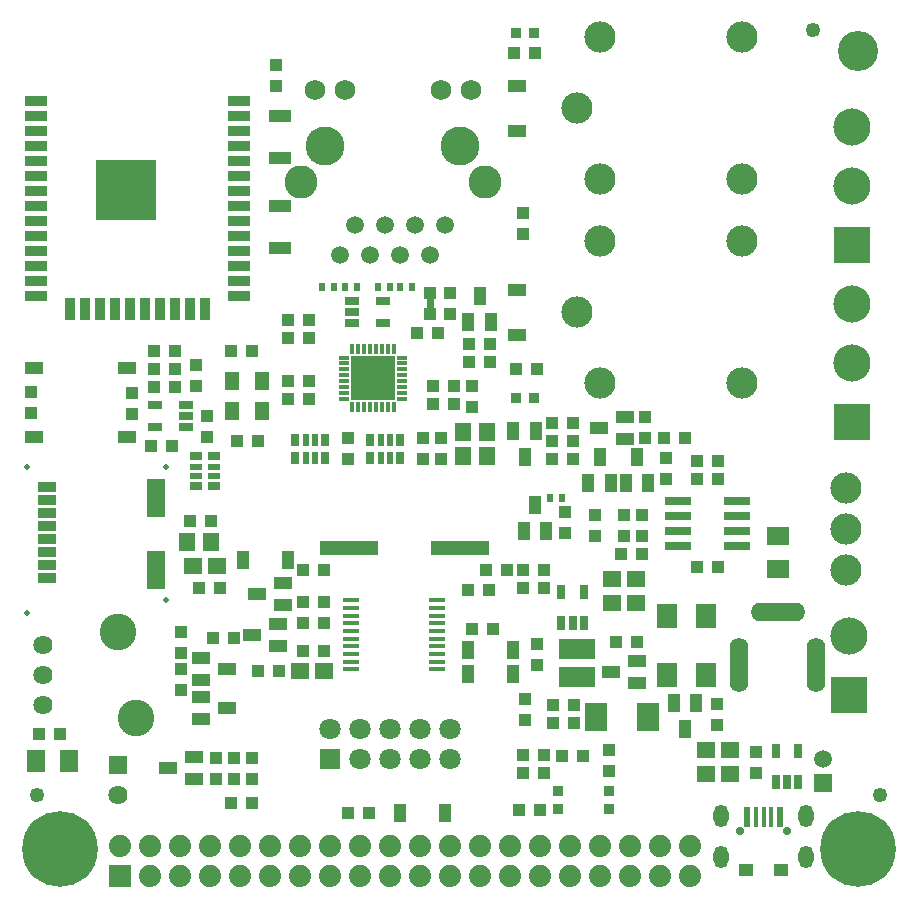
<source format=gbr>
G04 #@! TF.GenerationSoftware,KiCad,Pcbnew,5.1.6-c6e7f7d~87~ubuntu18.04.1*
G04 #@! TF.CreationDate,2022-01-18T16:37:38+02:00*
G04 #@! TF.ProjectId,ESP32-EVB_Rev_J,45535033-322d-4455-9642-5f5265765f4a,J*
G04 #@! TF.SameCoordinates,Original*
G04 #@! TF.FileFunction,Soldermask,Top*
G04 #@! TF.FilePolarity,Negative*
%FSLAX46Y46*%
G04 Gerber Fmt 4.6, Leading zero omitted, Abs format (unit mm)*
G04 Created by KiCad (PCBNEW 5.1.6-c6e7f7d~87~ubuntu18.04.1) date 2022-01-18 16:37:38*
%MOMM*%
%LPD*%
G01*
G04 APERTURE LIST*
%ADD10C,0.609600*%
%ADD11C,2.101600*%
%ADD12R,5.101600X5.101600*%
%ADD13R,1.901600X0.901600*%
%ADD14R,0.901600X1.901600*%
%ADD15O,4.601600X1.601600*%
%ADD16O,1.601600X4.601600*%
%ADD17R,0.601600X0.651600*%
%ADD18R,1.117600X1.117600*%
%ADD19C,1.879600*%
%ADD20R,1.879600X1.879600*%
%ADD21C,1.801600*%
%ADD22R,1.801600X1.801600*%
%ADD23C,2.641600*%
%ADD24C,3.301600*%
%ADD25C,1.751600*%
%ADD26C,2.801600*%
%ADD27C,1.511600*%
%ADD28R,1.501600X1.501600*%
%ADD29C,1.501600*%
%ADD30R,1.801600X2.101600*%
%ADD31R,1.101600X1.501600*%
%ADD32R,4.927600X1.201600*%
%ADD33R,0.601600X1.751600*%
%ADD34R,0.426600X1.751600*%
%ADD35C,0.701600*%
%ADD36R,1.201600X1.101600*%
%ADD37O,1.301600X1.901600*%
%ADD38R,1.625600X1.117600*%
%ADD39R,2.301600X0.701600*%
%ADD40R,1.371600X0.426600*%
%ADD41R,1.601600X3.201600*%
%ADD42C,0.501600*%
%ADD43R,1.601600X0.901600*%
%ADD44R,3.701600X3.701600*%
%ADD45R,0.501600X0.501600*%
%ADD46R,1.524000X1.524000*%
%ADD47R,0.351600X0.901600*%
%ADD48R,0.901600X0.351600*%
%ADD49C,3.149600*%
%ADD50R,3.149600X3.149600*%
%ADD51R,1.625600X1.625600*%
%ADD52C,1.625600*%
%ADD53C,3.101600*%
%ADD54R,1.301600X1.501600*%
%ADD55R,1.625600X1.371600*%
%ADD56C,1.254000*%
%ADD57R,1.879600X2.387600*%
%ADD58R,1.501600X1.101600*%
%ADD59R,1.625600X1.879600*%
%ADD60R,1.879600X1.625600*%
%ADD61R,1.879600X1.117600*%
%ADD62C,1.301600*%
%ADD63C,6.401600*%
%ADD64R,0.901600X0.901600*%
%ADD65R,1.371600X1.625600*%
%ADD66C,3.401600*%
%ADD67R,1.117600X0.482600*%
%ADD68R,1.117600X0.736600*%
%ADD69R,0.482600X1.117600*%
%ADD70R,0.736600X1.117600*%
%ADD71R,0.651600X1.301600*%
%ADD72R,1.301600X0.651600*%
%ADD73R,3.101600X1.701600*%
G04 APERTURE END LIST*
D10*
X104775000Y-92194000D02*
X104775000Y-91194000D01*
D11*
X79010000Y-82083000D03*
D12*
X79010000Y-82083000D03*
D13*
X88610000Y-74573000D03*
X88610000Y-75843000D03*
X88610000Y-77113000D03*
X88610000Y-78383000D03*
X88610000Y-79653000D03*
X88610000Y-80923000D03*
X88610000Y-82193000D03*
X88610000Y-83463000D03*
X88610000Y-84733000D03*
X88610000Y-86003000D03*
X88610000Y-87273000D03*
X88610000Y-88543000D03*
X88610000Y-89813000D03*
X88610000Y-91083000D03*
D14*
X85740000Y-92183000D03*
X84470000Y-92183000D03*
X83200000Y-92183000D03*
X81930000Y-92183000D03*
X80660000Y-92183000D03*
X79390000Y-92183000D03*
X78120000Y-92183000D03*
X76850000Y-92183000D03*
X75580000Y-92183000D03*
X74310000Y-92183000D03*
D13*
X71410000Y-91083000D03*
X71410000Y-89813000D03*
X71410000Y-88543000D03*
X71410000Y-87273000D03*
X71410000Y-86003000D03*
X71410000Y-84733000D03*
X71410000Y-83463000D03*
X71410000Y-82193000D03*
X71410000Y-80923000D03*
X71410000Y-79653000D03*
X71410000Y-78383000D03*
X71410000Y-77113000D03*
X71410000Y-75843000D03*
X71410000Y-74573000D03*
D15*
X134237000Y-117869000D03*
D16*
X137437000Y-122319000D03*
X130937000Y-122319000D03*
D17*
X100330000Y-90297000D03*
X101346000Y-90297000D03*
D18*
X84455000Y-110109000D03*
X86233000Y-110109000D03*
D17*
X102235000Y-90297000D03*
X103251000Y-90297000D03*
D19*
X101346000Y-137668000D03*
X101346000Y-140208000D03*
X98806000Y-137668000D03*
X98806000Y-140208000D03*
X96266000Y-137668000D03*
X96266000Y-140208000D03*
X93726000Y-137668000D03*
X93726000Y-140208000D03*
X91186000Y-137668000D03*
X91186000Y-140208000D03*
X81026000Y-137668000D03*
X81026000Y-140208000D03*
X78486000Y-137668000D03*
D20*
X78486000Y-140208000D03*
D19*
X83566000Y-140208000D03*
X83566000Y-137668000D03*
X86106000Y-137668000D03*
X86106000Y-140208000D03*
X88646000Y-140208000D03*
X88646000Y-137668000D03*
X114046000Y-137668000D03*
X114046000Y-140208000D03*
X111506000Y-140208000D03*
X111506000Y-137668000D03*
X108966000Y-137668000D03*
X108966000Y-140208000D03*
X103886000Y-140208000D03*
X103886000Y-137668000D03*
X106426000Y-140208000D03*
X106426000Y-137668000D03*
X116586000Y-140208000D03*
X116586000Y-137668000D03*
X119126000Y-140208000D03*
X119126000Y-137668000D03*
X121666000Y-140208000D03*
X121666000Y-137668000D03*
X124206000Y-140208000D03*
X124206000Y-137668000D03*
X126746000Y-140208000D03*
X126746000Y-137668000D03*
D21*
X106426000Y-127762000D03*
X106426000Y-130302000D03*
X103886000Y-127762000D03*
X103886000Y-130302000D03*
X101346000Y-127762000D03*
X101346000Y-130302000D03*
X98806000Y-127762000D03*
X98806000Y-130302000D03*
X96266000Y-127762000D03*
D22*
X96266000Y-130302000D03*
D23*
X140000000Y-114315000D03*
X140000000Y-107315000D03*
X140000000Y-110815000D03*
D24*
X95885000Y-78359000D03*
X107315000Y-78359000D03*
D25*
X105670000Y-73610500D03*
X94990000Y-73610500D03*
D26*
X93800000Y-81409000D03*
X109400000Y-81409000D03*
D25*
X108210000Y-73610500D03*
X97530000Y-73610500D03*
D27*
X97165000Y-87599000D03*
X98435000Y-85059000D03*
X99705000Y-87599000D03*
X100975000Y-85059000D03*
X102245000Y-87599000D03*
X103515000Y-85059000D03*
X104785000Y-87599000D03*
X106055000Y-85059000D03*
D23*
X117176000Y-75184000D03*
X131176000Y-81184000D03*
X131176000Y-69184000D03*
X119176000Y-69184000D03*
X119176000Y-81184000D03*
X117176000Y-92456000D03*
X131176000Y-98456000D03*
X131176000Y-86456000D03*
X119176000Y-86456000D03*
X119176000Y-98456000D03*
D28*
X138046460Y-132326380D03*
D29*
X138043920Y-130314700D03*
D30*
X124841000Y-118150000D03*
X124841000Y-123150000D03*
X128143000Y-123150000D03*
X128143000Y-118150000D03*
D31*
X106040000Y-134874000D03*
X102240000Y-134874000D03*
X111755000Y-123063000D03*
X107955000Y-123063000D03*
X107955000Y-121031000D03*
X111755000Y-121031000D03*
D32*
X97917000Y-112395000D03*
X107315000Y-112395000D03*
D33*
X131612500Y-135153000D03*
D34*
X132350000Y-135153000D03*
X133000000Y-135153000D03*
X133650000Y-135153000D03*
D33*
X134387500Y-135153000D03*
D35*
X131000000Y-136403000D03*
X135000000Y-136403000D03*
D36*
X131500000Y-139703000D03*
X134500000Y-139703000D03*
D37*
X129400000Y-138553000D03*
X129400000Y-135083000D03*
X136600000Y-135083000D03*
X136600000Y-138553000D03*
D38*
X71247000Y-97155000D03*
X79121000Y-97155000D03*
X71247000Y-102997000D03*
X79121000Y-102997000D03*
D39*
X130770000Y-108458000D03*
X130770000Y-109728000D03*
X130770000Y-110998000D03*
X130770000Y-112268000D03*
X125770000Y-112268000D03*
X125770000Y-110998000D03*
X125770000Y-109728000D03*
X125770000Y-108458000D03*
D40*
X105346500Y-122686000D03*
X105346500Y-122036000D03*
X105346500Y-121386000D03*
X105346500Y-120736000D03*
X105346500Y-120086000D03*
X105346500Y-119436000D03*
X105346500Y-118786000D03*
X105346500Y-118136000D03*
X105346500Y-117486000D03*
X105346500Y-116836000D03*
X98107500Y-116836000D03*
X98107500Y-117486000D03*
X98107500Y-118136000D03*
X98107500Y-118786000D03*
X98107500Y-119436000D03*
X98107500Y-120086000D03*
X98107500Y-120736000D03*
X98107500Y-121386000D03*
X98107500Y-122036000D03*
X98107500Y-122686000D03*
D41*
X81577000Y-114275000D03*
X81577000Y-108215000D03*
D42*
X70607000Y-105585000D03*
X82407000Y-105585000D03*
X82407000Y-116855000D03*
X70607000Y-117945000D03*
D43*
X72327000Y-107275000D03*
X72327000Y-108375000D03*
X72327000Y-109475000D03*
X72327000Y-110575000D03*
X72327000Y-111675000D03*
X72327000Y-112775000D03*
X72327000Y-113875000D03*
X72327000Y-114975000D03*
D44*
X99949000Y-98044000D03*
D45*
X101249000Y-97544000D03*
X101249000Y-98544000D03*
X100449000Y-99344000D03*
X99449000Y-99344000D03*
X98649000Y-98544000D03*
X98649000Y-97544000D03*
X99449000Y-96744000D03*
X100449000Y-96744000D03*
D46*
X99949000Y-98044000D03*
D47*
X98199000Y-95594000D03*
X98699000Y-95594000D03*
X99199000Y-95594000D03*
X99699000Y-95594000D03*
X100199000Y-95594000D03*
X100699000Y-95594000D03*
X101199000Y-95594000D03*
X101699000Y-95594000D03*
D48*
X102399000Y-96294000D03*
X102399000Y-96794000D03*
X102399000Y-97294000D03*
X102399000Y-97794000D03*
X102399000Y-98294000D03*
X102399000Y-98794000D03*
X102399000Y-99294000D03*
X102399000Y-99794000D03*
D47*
X101699000Y-100494000D03*
X101199000Y-100494000D03*
X100699000Y-100494000D03*
X100199000Y-100494000D03*
X99699000Y-100494000D03*
X99199000Y-100494000D03*
X98699000Y-100494000D03*
X98199000Y-100494000D03*
D48*
X97499000Y-99794000D03*
X97499000Y-99294000D03*
X97499000Y-98794000D03*
X97499000Y-98294000D03*
X97499000Y-97794000D03*
X97499000Y-97294000D03*
X97499000Y-96794000D03*
X97499000Y-96294000D03*
D49*
X140500000Y-76774000D03*
D50*
X140500000Y-86774000D03*
D49*
X140500000Y-81774000D03*
X140500000Y-91774000D03*
D50*
X140500000Y-101774000D03*
D49*
X140500000Y-96774000D03*
D51*
X78359000Y-130810000D03*
D52*
X78359000Y-133350000D03*
D53*
X79909000Y-126840000D03*
X78309000Y-119540000D03*
D52*
X72009000Y-125730000D03*
X72009000Y-123190000D03*
X72009000Y-120650000D03*
D54*
X88011000Y-100838000D03*
X88011000Y-98298000D03*
X90551000Y-98298000D03*
X90551000Y-100838000D03*
D18*
X85217000Y-115824000D03*
X86995000Y-115824000D03*
D55*
X130175000Y-131572000D03*
X130175000Y-129540000D03*
D56*
X142875000Y-133350000D03*
D18*
X104775000Y-92583000D03*
X104775000Y-90805000D03*
D57*
X118854000Y-126746000D03*
X123208000Y-126746000D03*
D18*
X83693000Y-121285000D03*
X83693000Y-119507000D03*
X83693000Y-124460000D03*
X83693000Y-122682000D03*
D58*
X87587000Y-122682000D03*
X85387000Y-123632000D03*
X85387000Y-121732000D03*
X87587000Y-125984000D03*
X85387000Y-126934000D03*
X85387000Y-125034000D03*
D18*
X86360000Y-120015000D03*
X88138000Y-120015000D03*
D55*
X120142000Y-117094000D03*
X120142000Y-115062000D03*
X122174000Y-115062000D03*
X122174000Y-117094000D03*
D18*
X112649000Y-114300000D03*
X114427000Y-114300000D03*
X112649000Y-115824000D03*
X114427000Y-115824000D03*
X119888000Y-129540000D03*
X119888000Y-131318000D03*
X86614000Y-131953000D03*
X86614000Y-130175000D03*
X88138000Y-131953000D03*
X88138000Y-130175000D03*
X84963000Y-96901000D03*
X84963000Y-98679000D03*
D59*
X74168000Y-130429000D03*
X71374000Y-130429000D03*
D18*
X127381000Y-105029000D03*
X129159000Y-105029000D03*
X127381000Y-106553000D03*
X129159000Y-106553000D03*
D60*
X134239000Y-114173000D03*
X134239000Y-111379000D03*
D18*
X83185000Y-98806000D03*
X81407000Y-98806000D03*
X81407000Y-97282000D03*
X83185000Y-97282000D03*
X93980000Y-118745000D03*
X95758000Y-118745000D03*
X129032000Y-127381000D03*
X129032000Y-125603000D03*
X79502000Y-99314000D03*
X79502000Y-101092000D03*
X73406000Y-128143000D03*
X71628000Y-128143000D03*
X122682000Y-111379000D03*
X122682000Y-109601000D03*
X121158000Y-109601000D03*
X121158000Y-111379000D03*
X110109000Y-119253000D03*
X108331000Y-119253000D03*
X93980000Y-121158000D03*
X95758000Y-121158000D03*
X111252000Y-114300000D03*
X109474000Y-114300000D03*
X93980000Y-114300000D03*
X95758000Y-114300000D03*
D61*
X92075000Y-75819000D03*
X92075000Y-79375000D03*
X92075000Y-86995000D03*
X92075000Y-83439000D03*
D62*
X70993000Y-137922000D03*
X75819000Y-137922000D03*
X75057000Y-139573000D03*
X71755000Y-139700000D03*
X75057000Y-136271000D03*
X71755000Y-136271000D03*
X73406000Y-140335000D03*
X73406000Y-135509000D03*
D63*
X73406000Y-137922000D03*
D62*
X138557000Y-137922000D03*
X143383000Y-137922000D03*
X142621000Y-139573000D03*
X139319000Y-139700000D03*
X142621000Y-136271000D03*
X139319000Y-136271000D03*
X140970000Y-140335000D03*
X140970000Y-135509000D03*
D63*
X140970000Y-137922000D03*
D18*
X93980000Y-116967000D03*
X95758000Y-116967000D03*
X113792000Y-122301000D03*
X113792000Y-120523000D03*
X92710000Y-93091000D03*
X94488000Y-93091000D03*
X106807000Y-100203000D03*
X105029000Y-100203000D03*
X89662000Y-95758000D03*
X87884000Y-95758000D03*
X107950000Y-115951000D03*
X109728000Y-115951000D03*
X90170000Y-103378000D03*
X88392000Y-103378000D03*
X112649000Y-85852000D03*
X112649000Y-84074000D03*
X91694000Y-71501000D03*
X91694000Y-73279000D03*
X85852000Y-101219000D03*
X85852000Y-102997000D03*
X97790000Y-134874000D03*
X99568000Y-134874000D03*
X112776000Y-127000000D03*
X112776000Y-125222000D03*
X89662000Y-130175000D03*
X89662000Y-131953000D03*
X89662000Y-133985000D03*
X87884000Y-133985000D03*
X122301000Y-120396000D03*
X120523000Y-120396000D03*
X81153000Y-103759000D03*
X82931000Y-103759000D03*
X83185000Y-95758000D03*
X81407000Y-95758000D03*
X111887000Y-70485000D03*
X113665000Y-70485000D03*
X108077000Y-95123000D03*
X109855000Y-95123000D03*
X108077000Y-96647000D03*
X109855000Y-96647000D03*
X112014000Y-97282000D03*
X113792000Y-97282000D03*
X122936000Y-103124000D03*
X122936000Y-101346000D03*
X124587000Y-103124000D03*
X126365000Y-103124000D03*
D64*
X119888000Y-132969000D03*
X119888000Y-134493000D03*
D50*
X140208000Y-124895000D03*
D49*
X140208000Y-119895000D03*
D64*
X113538000Y-68834000D03*
X112014000Y-68834000D03*
X113538000Y-99695000D03*
X112014000Y-99695000D03*
D18*
X105029000Y-98679000D03*
X106807000Y-98679000D03*
X92710000Y-98298000D03*
X94488000Y-98298000D03*
X92710000Y-99822000D03*
X94488000Y-99822000D03*
X92710000Y-94615000D03*
X94488000Y-94615000D03*
X105410000Y-94234000D03*
X103632000Y-94234000D03*
X97790000Y-104902000D03*
X97790000Y-103124000D03*
X108331000Y-98679000D03*
X108331000Y-100457000D03*
X106426000Y-92583000D03*
X106426000Y-90805000D03*
D65*
X86233000Y-111887000D03*
X84201000Y-111887000D03*
D18*
X104140000Y-103124000D03*
X104140000Y-104902000D03*
X105664000Y-103124000D03*
X105664000Y-104902000D03*
X116967000Y-127254000D03*
X115189000Y-127254000D03*
X116967000Y-125730000D03*
X115189000Y-125730000D03*
X91948000Y-122809000D03*
X90170000Y-122809000D03*
D55*
X128143000Y-131572000D03*
X128143000Y-129540000D03*
D66*
X140970000Y-70358000D03*
D56*
X71501000Y-133350000D03*
X137160000Y-68580000D03*
D67*
X84963000Y-106299000D03*
X84963000Y-105537000D03*
X86487000Y-106299000D03*
X86487000Y-105537000D03*
D68*
X84963000Y-107188000D03*
X86487000Y-107188000D03*
X84963000Y-104648000D03*
X86487000Y-104648000D03*
D69*
X94996000Y-104775000D03*
X94234000Y-104775000D03*
X94996000Y-103251000D03*
X94234000Y-103251000D03*
D70*
X95885000Y-104775000D03*
X95885000Y-103251000D03*
X93345000Y-104775000D03*
X93345000Y-103251000D03*
D69*
X100584000Y-103251000D03*
X101346000Y-103251000D03*
X100584000Y-104775000D03*
X101346000Y-104775000D03*
D70*
X99695000Y-103251000D03*
X99695000Y-104775000D03*
X102235000Y-103251000D03*
X102235000Y-104775000D03*
D71*
X115890000Y-118775000D03*
X116840000Y-118775000D03*
X117790000Y-118775000D03*
X115890000Y-116175000D03*
X117790000Y-116175000D03*
D58*
X121249440Y-103184960D03*
X121249440Y-101282500D03*
X119039640Y-102237540D03*
X90083640Y-116334540D03*
X92293440Y-115379500D03*
X92293440Y-117281960D03*
X91912440Y-120710960D03*
X91912440Y-118808500D03*
X89702640Y-119763540D03*
X84800440Y-132013960D03*
X84800440Y-130111500D03*
X82590640Y-131066540D03*
D31*
X108016040Y-93309440D03*
X109918500Y-93309440D03*
X108963460Y-91099640D03*
D58*
X112141000Y-73284000D03*
X112141000Y-77084000D03*
X112141000Y-90556000D03*
X112141000Y-94356000D03*
D31*
X127314960Y-125511560D03*
X125412500Y-125511560D03*
X126367540Y-127721360D03*
D58*
X122265440Y-123885960D03*
X122265440Y-121983500D03*
X120055640Y-122938540D03*
D72*
X84104000Y-102169000D03*
X84104000Y-101219000D03*
X84104000Y-100269000D03*
X81504000Y-102169000D03*
X81504000Y-100269000D03*
D55*
X86741000Y-113919000D03*
X84709000Y-113919000D03*
D65*
X107569000Y-104648000D03*
X107569000Y-102616000D03*
D55*
X95758000Y-122809000D03*
X93726000Y-122809000D03*
D73*
X117221000Y-123374000D03*
X117221000Y-120974000D03*
D18*
X115062000Y-101854000D03*
X116840000Y-101854000D03*
D31*
X113725960Y-102524560D03*
X111823500Y-102524560D03*
X112778540Y-104734360D03*
X119123460Y-104688640D03*
X120078500Y-106898440D03*
X118176040Y-106898440D03*
D65*
X109601000Y-102616000D03*
X109601000Y-104648000D03*
D18*
X115062000Y-104902000D03*
X116840000Y-104902000D03*
X115062000Y-103378000D03*
X116840000Y-103378000D03*
D64*
X115570000Y-132969000D03*
X115570000Y-134493000D03*
D18*
X115951000Y-130048000D03*
X117729000Y-130048000D03*
D71*
X134051000Y-132237000D03*
X135001000Y-132237000D03*
X135951000Y-132237000D03*
X134051000Y-129637000D03*
X135951000Y-129637000D03*
D18*
X132334000Y-129667000D03*
X132334000Y-131445000D03*
X112268000Y-134620000D03*
X114046000Y-134620000D03*
X112649000Y-131445000D03*
X114427000Y-131445000D03*
X112649000Y-129921000D03*
X114427000Y-129921000D03*
X70993000Y-99187000D03*
X70993000Y-100965000D03*
X129159000Y-114046000D03*
X127381000Y-114046000D03*
X120904000Y-112903000D03*
X122682000Y-112903000D03*
X118745000Y-111379000D03*
X118745000Y-109601000D03*
D72*
X100741000Y-93406000D03*
X100741000Y-91506000D03*
X98141000Y-93406000D03*
X98141000Y-92456000D03*
X98141000Y-91506000D03*
D17*
X98552000Y-90297000D03*
X97536000Y-90297000D03*
X95631000Y-90297000D03*
X96647000Y-90297000D03*
D31*
X92705000Y-113411000D03*
X88905000Y-113411000D03*
D18*
X124714000Y-106553000D03*
X124714000Y-104775000D03*
D31*
X112715000Y-110998000D03*
X114615000Y-110998000D03*
X113665000Y-108798000D03*
D18*
X116205000Y-109347000D03*
X116205000Y-111125000D03*
D17*
X115951000Y-108204000D03*
X114935000Y-108204000D03*
D31*
X122301000Y-104691000D03*
X123251000Y-106891000D03*
X121351000Y-106891000D03*
M02*

</source>
